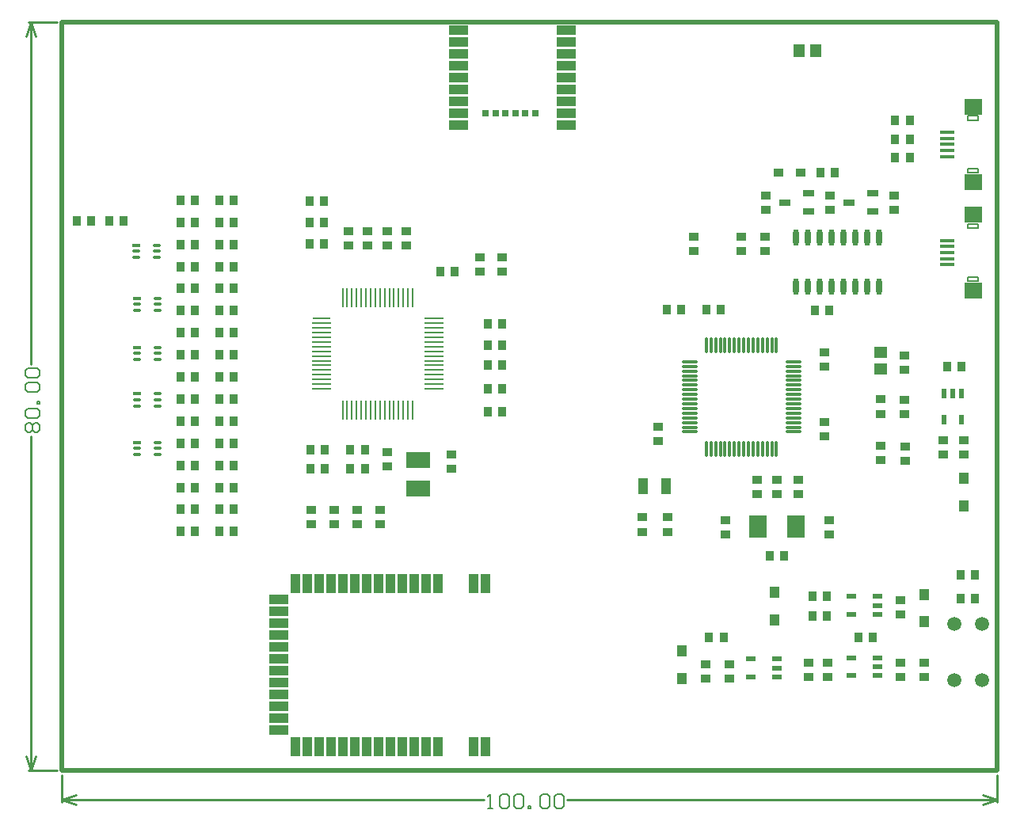
<source format=gtp>
G04*
G04 #@! TF.GenerationSoftware,Altium Limited,Altium Designer,18.1.9 (240)*
G04*
G04 Layer_Color=8421504*
%FSLAX24Y24*%
%MOIN*%
G70*
G01*
G75*
%ADD14C,0.0100*%
%ADD17C,0.0200*%
%ADD18C,0.0060*%
%ADD20C,0.0050*%
%ADD23R,0.0394X0.0709*%
%ADD24R,0.0386X0.0366*%
%ADD25R,0.0394X0.0327*%
%ADD26R,0.0366X0.0386*%
%ADD27O,0.0236X0.0709*%
%ADD28R,0.0579X0.0457*%
%ADD29R,0.0748X0.0945*%
%ADD30R,0.0433X0.0236*%
%ADD31R,0.0394X0.0787*%
%ADD32R,0.0787X0.0394*%
%ADD33R,0.0610X0.0157*%
%ADD34R,0.0748X0.0709*%
%ADD35R,0.0236X0.0433*%
%ADD36R,0.1024X0.0709*%
%ADD37R,0.0394X0.0492*%
%ADD38R,0.0457X0.0579*%
%ADD39R,0.0492X0.0276*%
%ADD40C,0.0591*%
%ADD41R,0.0087X0.0787*%
%ADD42R,0.0787X0.0087*%
%ADD43O,0.0787X0.0087*%
%ADD44O,0.0709X0.0110*%
%ADD45O,0.0110X0.0709*%
%ADD46R,0.0315X0.0315*%
%ADD47O,0.0335X0.0138*%
%ADD48R,0.0335X0.0138*%
D14*
X-1300Y31496D02*
X-1100Y30896D01*
X-1500D02*
X-1300Y31496D01*
X-1500Y600D02*
X-1300Y0D01*
X-1100Y600D01*
X-1300Y17098D02*
Y31496D01*
Y0D02*
Y14078D01*
X-1400Y31496D02*
X-200D01*
X-1400Y0D02*
X-200D01*
X0Y-1250D02*
X600Y-1050D01*
X0Y-1250D02*
X600Y-1450D01*
X38770D02*
X39370Y-1250D01*
X38770Y-1050D02*
X39370Y-1250D01*
X0D02*
X17766D01*
X21285D02*
X39370D01*
X0Y-1350D02*
Y-200D01*
X39370Y-1350D02*
Y-200D01*
D17*
X0Y0D02*
X39370D01*
Y31496D01*
X0Y0D02*
Y31496D01*
X39370D01*
D18*
X-1440Y14238D02*
X-1540Y14338D01*
Y14538D01*
X-1440Y14638D01*
X-1340D01*
X-1240Y14538D01*
X-1140Y14638D01*
X-1040D01*
X-940Y14538D01*
Y14338D01*
X-1040Y14238D01*
X-1140D01*
X-1240Y14338D01*
X-1340Y14238D01*
X-1440D01*
X-1240Y14338D02*
Y14538D01*
X-1440Y14838D02*
X-1540Y14938D01*
Y15138D01*
X-1440Y15238D01*
X-1040D01*
X-940Y15138D01*
Y14938D01*
X-1040Y14838D01*
X-1440D01*
X-940Y15438D02*
X-1040D01*
Y15538D01*
X-940D01*
Y15438D01*
X-1440Y15938D02*
X-1540Y16038D01*
Y16238D01*
X-1440Y16338D01*
X-1040D01*
X-940Y16238D01*
Y16038D01*
X-1040Y15938D01*
X-1440D01*
Y16538D02*
X-1540Y16638D01*
Y16838D01*
X-1440Y16938D01*
X-1040D01*
X-940Y16838D01*
Y16638D01*
X-1040Y16538D01*
X-1440D01*
X17926Y-1610D02*
X18125D01*
X18026D01*
Y-1010D01*
X17926Y-1110D01*
X18425D02*
X18525Y-1010D01*
X18725D01*
X18825Y-1110D01*
Y-1510D01*
X18725Y-1610D01*
X18525D01*
X18425Y-1510D01*
Y-1110D01*
X19025D02*
X19125Y-1010D01*
X19325D01*
X19425Y-1110D01*
Y-1510D01*
X19325Y-1610D01*
X19125D01*
X19025Y-1510D01*
Y-1110D01*
X19625Y-1610D02*
Y-1510D01*
X19725D01*
Y-1610D01*
X19625D01*
X20125Y-1110D02*
X20225Y-1010D01*
X20425D01*
X20525Y-1110D01*
Y-1510D01*
X20425Y-1610D01*
X20225D01*
X20125Y-1510D01*
Y-1110D01*
X20725D02*
X20825Y-1010D01*
X21025D01*
X21125Y-1110D01*
Y-1510D01*
X21025Y-1610D01*
X20825D01*
X20725Y-1510D01*
Y-1110D01*
D20*
X38562Y27372D02*
Y27552D01*
X38122Y27372D02*
Y27552D01*
Y27372D02*
X38562D01*
X38122Y27552D02*
X38562D01*
Y25148D02*
Y25328D01*
X38122Y25148D02*
Y25328D01*
Y25148D02*
X38562D01*
X38122Y25328D02*
X38562D01*
Y22822D02*
Y23002D01*
X38122Y22822D02*
Y23002D01*
Y22822D02*
X38562D01*
X38122Y23002D02*
X38562D01*
Y20598D02*
Y20778D01*
X38122Y20598D02*
Y20778D01*
Y20598D02*
X38562D01*
X38122Y20778D02*
X38562D01*
D23*
X25438Y11950D02*
D03*
X24454D02*
D03*
D24*
X37108Y13903D02*
D03*
Y13297D02*
D03*
X37958Y13900D02*
D03*
Y13294D02*
D03*
X29644Y24185D02*
D03*
Y23579D02*
D03*
X34467Y13050D02*
D03*
Y13656D02*
D03*
Y15008D02*
D03*
Y15614D02*
D03*
X31450Y4522D02*
D03*
Y3915D02*
D03*
X32250Y3915D02*
D03*
Y4522D02*
D03*
X35300Y7156D02*
D03*
Y6550D02*
D03*
X31000Y11637D02*
D03*
Y12244D02*
D03*
X30104Y11637D02*
D03*
Y12244D02*
D03*
X29272Y11637D02*
D03*
Y12244D02*
D03*
X13700Y13403D02*
D03*
Y12797D02*
D03*
X12069Y22085D02*
D03*
Y22691D02*
D03*
X12880Y22085D02*
D03*
Y22691D02*
D03*
X14500Y22085D02*
D03*
Y22691D02*
D03*
X13690Y22085D02*
D03*
Y22691D02*
D03*
X10491Y10953D02*
D03*
Y10347D02*
D03*
X11457Y10953D02*
D03*
Y10347D02*
D03*
X13391Y10953D02*
D03*
Y10347D02*
D03*
X12424Y10953D02*
D03*
Y10347D02*
D03*
X18550Y21000D02*
D03*
Y21606D02*
D03*
X17600Y21000D02*
D03*
Y21606D02*
D03*
X16400Y13303D02*
D03*
Y12697D02*
D03*
X29606Y22474D02*
D03*
Y21868D02*
D03*
X28604Y22474D02*
D03*
Y21868D02*
D03*
X28100Y4472D02*
D03*
Y3865D02*
D03*
X27100Y3865D02*
D03*
Y4472D02*
D03*
X35300Y4522D02*
D03*
Y3915D02*
D03*
X36300Y3915D02*
D03*
Y4522D02*
D03*
X32100Y16997D02*
D03*
Y17603D02*
D03*
X25100Y14453D02*
D03*
Y13847D02*
D03*
X32100Y14046D02*
D03*
Y14652D02*
D03*
X32300Y9930D02*
D03*
Y10536D02*
D03*
X27950Y9930D02*
D03*
Y10536D02*
D03*
X24450Y10044D02*
D03*
Y10650D02*
D03*
X25500Y10044D02*
D03*
Y10650D02*
D03*
X35044Y24185D02*
D03*
Y23579D02*
D03*
X32322Y23594D02*
D03*
Y24200D02*
D03*
X35483Y14992D02*
D03*
Y15599D02*
D03*
X35502Y13637D02*
D03*
Y13030D02*
D03*
X35483Y16867D02*
D03*
Y17474D02*
D03*
X26600Y21868D02*
D03*
Y22474D02*
D03*
D25*
X30165Y25147D02*
D03*
X31094D02*
D03*
D26*
X32547D02*
D03*
X31941D02*
D03*
X25464Y19400D02*
D03*
X26071D02*
D03*
X27250Y5600D02*
D03*
X27856D02*
D03*
X31600Y6506D02*
D03*
X32206D02*
D03*
X31597Y7317D02*
D03*
X32203D02*
D03*
X33544Y5600D02*
D03*
X34150D02*
D03*
X4997Y10050D02*
D03*
X5603D02*
D03*
X4997Y10980D02*
D03*
X5603D02*
D03*
X4997Y11910D02*
D03*
X5603D02*
D03*
X4997Y12840D02*
D03*
X5603D02*
D03*
X4997Y13770D02*
D03*
X5603D02*
D03*
X4997Y14700D02*
D03*
X5603D02*
D03*
X4997Y15630D02*
D03*
X5603D02*
D03*
X4997Y16560D02*
D03*
X5603D02*
D03*
X4997Y17490D02*
D03*
X5603D02*
D03*
X4997Y18420D02*
D03*
X5603D02*
D03*
X4997Y19350D02*
D03*
X5603D02*
D03*
X4997Y20280D02*
D03*
X5603D02*
D03*
X4997Y21210D02*
D03*
X5603D02*
D03*
X4997Y22140D02*
D03*
X5603D02*
D03*
X4997Y23067D02*
D03*
X5603D02*
D03*
X4997Y24000D02*
D03*
X5603D02*
D03*
X7253D02*
D03*
X6647D02*
D03*
X6647Y23070D02*
D03*
X7253D02*
D03*
X7253Y22140D02*
D03*
X6647D02*
D03*
X6647Y21210D02*
D03*
X7253D02*
D03*
X7253Y20280D02*
D03*
X6647D02*
D03*
X6647Y19350D02*
D03*
X7253D02*
D03*
X7253Y18420D02*
D03*
X6647D02*
D03*
X6647Y17490D02*
D03*
X7253D02*
D03*
X7253Y16560D02*
D03*
X6647D02*
D03*
X6647Y15630D02*
D03*
X7253D02*
D03*
X7253Y14700D02*
D03*
X6647D02*
D03*
X6647Y13770D02*
D03*
X7253D02*
D03*
X7253Y12840D02*
D03*
X6647D02*
D03*
X6647Y11910D02*
D03*
X7253D02*
D03*
X7253Y10980D02*
D03*
X6647D02*
D03*
X6647Y10050D02*
D03*
X7253D02*
D03*
X35694Y25797D02*
D03*
X35087D02*
D03*
X35694Y26572D02*
D03*
X35087D02*
D03*
X35694Y27347D02*
D03*
X35087D02*
D03*
X38447Y7224D02*
D03*
X37841D02*
D03*
X38447Y8218D02*
D03*
X37841D02*
D03*
X12150Y13494D02*
D03*
X12756D02*
D03*
X12756Y12694D02*
D03*
X12150D02*
D03*
X10481D02*
D03*
X11087D02*
D03*
X10481Y13494D02*
D03*
X11087D02*
D03*
X17944Y15100D02*
D03*
X18550D02*
D03*
X17944Y16050D02*
D03*
X18550D02*
D03*
X17944Y17909D02*
D03*
X18550D02*
D03*
X17944Y17046D02*
D03*
X18550D02*
D03*
X17944Y18800D02*
D03*
X18550D02*
D03*
X10447Y22150D02*
D03*
X11053D02*
D03*
X10447Y23050D02*
D03*
X11053D02*
D03*
X10447Y23950D02*
D03*
X11053D02*
D03*
X2600Y23117D02*
D03*
X1994D02*
D03*
X31694Y19347D02*
D03*
X32300D02*
D03*
X37255Y17000D02*
D03*
X37861D02*
D03*
X27736Y19400D02*
D03*
X27130D02*
D03*
X647Y23117D02*
D03*
X1253D02*
D03*
X16550Y21010D02*
D03*
X15944D02*
D03*
X30407Y9033D02*
D03*
X29801D02*
D03*
D27*
X34394Y22420D02*
D03*
X33894D02*
D03*
X33394D02*
D03*
X32894D02*
D03*
X32394D02*
D03*
X31894D02*
D03*
X31394D02*
D03*
X30894D02*
D03*
X34394Y20373D02*
D03*
X33894D02*
D03*
X32394D02*
D03*
X31894D02*
D03*
X31394D02*
D03*
X30894D02*
D03*
X33394D02*
D03*
X32894D02*
D03*
D28*
X34467Y17601D02*
D03*
Y16900D02*
D03*
D29*
X30907Y10270D02*
D03*
X29293D02*
D03*
D30*
X34351Y6569D02*
D03*
Y6943D02*
D03*
Y7317D02*
D03*
X33249D02*
D03*
Y6569D02*
D03*
X34351Y3988D02*
D03*
Y4362D02*
D03*
Y4736D02*
D03*
X33249D02*
D03*
Y3988D02*
D03*
X30101Y3938D02*
D03*
Y4312D02*
D03*
Y4686D02*
D03*
X28999D02*
D03*
Y3938D02*
D03*
D31*
X17346Y7878D02*
D03*
X17846D02*
D03*
X9850Y1000D02*
D03*
X10350D02*
D03*
X10850D02*
D03*
X11350D02*
D03*
X11850D02*
D03*
X12350D02*
D03*
X12850D02*
D03*
X13350D02*
D03*
X13850D02*
D03*
X14350D02*
D03*
X14850D02*
D03*
X15350D02*
D03*
X15850D02*
D03*
X9850Y7878D02*
D03*
X10350D02*
D03*
X10850D02*
D03*
X11350D02*
D03*
X11850D02*
D03*
X12350D02*
D03*
X12850D02*
D03*
X13350D02*
D03*
X13850D02*
D03*
X14350D02*
D03*
X14850D02*
D03*
X15350D02*
D03*
X15850D02*
D03*
X17846Y1000D02*
D03*
X17346D02*
D03*
D32*
X9153Y1689D02*
D03*
Y2189D02*
D03*
Y2689D02*
D03*
Y3189D02*
D03*
Y3689D02*
D03*
Y4189D02*
D03*
Y4689D02*
D03*
Y5189D02*
D03*
Y5689D02*
D03*
Y6189D02*
D03*
Y6689D02*
D03*
Y7189D02*
D03*
X16700Y27150D02*
D03*
Y31150D02*
D03*
Y30650D02*
D03*
Y30150D02*
D03*
Y29650D02*
D03*
Y29150D02*
D03*
Y28650D02*
D03*
Y28150D02*
D03*
Y27650D02*
D03*
X21228Y27150D02*
D03*
Y27650D02*
D03*
Y28150D02*
D03*
Y28650D02*
D03*
Y29150D02*
D03*
Y29650D02*
D03*
Y30150D02*
D03*
Y30650D02*
D03*
Y31150D02*
D03*
D33*
X37285Y26094D02*
D03*
Y26350D02*
D03*
Y25838D02*
D03*
Y26862D02*
D03*
Y26606D02*
D03*
Y21544D02*
D03*
Y21800D02*
D03*
Y21288D02*
D03*
Y22312D02*
D03*
Y22056D02*
D03*
D34*
X38368Y27944D02*
D03*
Y24756D02*
D03*
Y23394D02*
D03*
Y20206D02*
D03*
D35*
X37882Y15851D02*
D03*
X37508D02*
D03*
X37134D02*
D03*
Y14749D02*
D03*
X37882D02*
D03*
D36*
X15000Y11869D02*
D03*
Y13050D02*
D03*
D37*
X37958Y11139D02*
D03*
Y12300D02*
D03*
X30000Y7481D02*
D03*
Y6319D02*
D03*
X36300Y7411D02*
D03*
Y6250D02*
D03*
X26100Y5031D02*
D03*
Y3869D02*
D03*
D38*
X31750Y30293D02*
D03*
X31050D02*
D03*
D39*
X34136Y23535D02*
D03*
Y24283D02*
D03*
X33152Y23909D02*
D03*
X31436Y23535D02*
D03*
Y24283D02*
D03*
X30452Y23909D02*
D03*
D40*
X38750Y6162D02*
D03*
X37569D02*
D03*
X38750Y3800D02*
D03*
X37569D02*
D03*
D41*
X11822Y19900D02*
D03*
X12019D02*
D03*
X12216D02*
D03*
X12413D02*
D03*
X12609D02*
D03*
X12806D02*
D03*
X13003D02*
D03*
X13200D02*
D03*
X13397D02*
D03*
X13594D02*
D03*
X13791D02*
D03*
X13987D02*
D03*
X14184D02*
D03*
X14381D02*
D03*
X14578D02*
D03*
X14775D02*
D03*
Y15176D02*
D03*
X14578D02*
D03*
X14381D02*
D03*
X14184D02*
D03*
X13987D02*
D03*
X13791D02*
D03*
X13594D02*
D03*
X13397D02*
D03*
X13200D02*
D03*
X13003D02*
D03*
X12806D02*
D03*
X12609D02*
D03*
X12413D02*
D03*
X12216D02*
D03*
X12019D02*
D03*
X11822D02*
D03*
D42*
X15661Y19014D02*
D03*
Y18817D02*
D03*
Y18620D02*
D03*
Y18424D02*
D03*
Y18227D02*
D03*
Y18030D02*
D03*
Y17833D02*
D03*
Y17636D02*
D03*
Y17439D02*
D03*
Y17243D02*
D03*
Y17046D02*
D03*
Y16849D02*
D03*
Y16652D02*
D03*
Y16455D02*
D03*
Y16258D02*
D03*
Y16061D02*
D03*
X10936D02*
D03*
Y16258D02*
D03*
Y16455D02*
D03*
Y16652D02*
D03*
Y16849D02*
D03*
Y17046D02*
D03*
Y17243D02*
D03*
Y17439D02*
D03*
Y17636D02*
D03*
Y17833D02*
D03*
Y18030D02*
D03*
Y18227D02*
D03*
Y18424D02*
D03*
Y18620D02*
D03*
Y18817D02*
D03*
D43*
Y19014D02*
D03*
D44*
X26424Y14248D02*
D03*
Y14444D02*
D03*
Y14641D02*
D03*
Y14838D02*
D03*
Y15035D02*
D03*
Y15232D02*
D03*
Y15429D02*
D03*
Y15626D02*
D03*
Y15822D02*
D03*
Y16019D02*
D03*
Y16216D02*
D03*
Y16413D02*
D03*
Y16610D02*
D03*
Y16807D02*
D03*
Y17003D02*
D03*
Y17200D02*
D03*
X30794D02*
D03*
Y17003D02*
D03*
Y16807D02*
D03*
Y16610D02*
D03*
Y16413D02*
D03*
Y16216D02*
D03*
Y16019D02*
D03*
Y15822D02*
D03*
Y15626D02*
D03*
Y15429D02*
D03*
Y15232D02*
D03*
Y15035D02*
D03*
Y14838D02*
D03*
Y14641D02*
D03*
Y14444D02*
D03*
Y14248D02*
D03*
D45*
X27133Y17909D02*
D03*
X27330D02*
D03*
X27527D02*
D03*
X27724D02*
D03*
X27920D02*
D03*
X28117D02*
D03*
X28314D02*
D03*
X28511D02*
D03*
X28708D02*
D03*
X28905D02*
D03*
X29101D02*
D03*
X29298D02*
D03*
X29495D02*
D03*
X29692D02*
D03*
X29889D02*
D03*
X30086D02*
D03*
Y13539D02*
D03*
X29889D02*
D03*
X29692D02*
D03*
X29495D02*
D03*
X29298D02*
D03*
X29101D02*
D03*
X28905D02*
D03*
X28708D02*
D03*
X28511D02*
D03*
X28314D02*
D03*
X28117D02*
D03*
X27920D02*
D03*
X27724D02*
D03*
X27527D02*
D03*
X27330D02*
D03*
X27133D02*
D03*
D46*
X17840Y27650D02*
D03*
X18260D02*
D03*
X18680D02*
D03*
X19100D02*
D03*
X19520D02*
D03*
X19940D02*
D03*
D47*
X4050Y13294D02*
D03*
Y13550D02*
D03*
Y13806D02*
D03*
X3184Y13294D02*
D03*
Y13550D02*
D03*
Y15600D02*
D03*
Y15344D02*
D03*
X4050Y15856D02*
D03*
Y15600D02*
D03*
Y15344D02*
D03*
X3184Y17550D02*
D03*
Y17294D02*
D03*
X4050Y17806D02*
D03*
Y17550D02*
D03*
Y17294D02*
D03*
X3184Y19619D02*
D03*
Y19363D02*
D03*
X4050Y19875D02*
D03*
Y19619D02*
D03*
Y19363D02*
D03*
X3150Y21850D02*
D03*
Y21594D02*
D03*
X4016Y22106D02*
D03*
Y21850D02*
D03*
Y21594D02*
D03*
D48*
X3184Y13806D02*
D03*
Y15856D02*
D03*
Y17806D02*
D03*
Y19875D02*
D03*
X3150Y22106D02*
D03*
M02*

</source>
